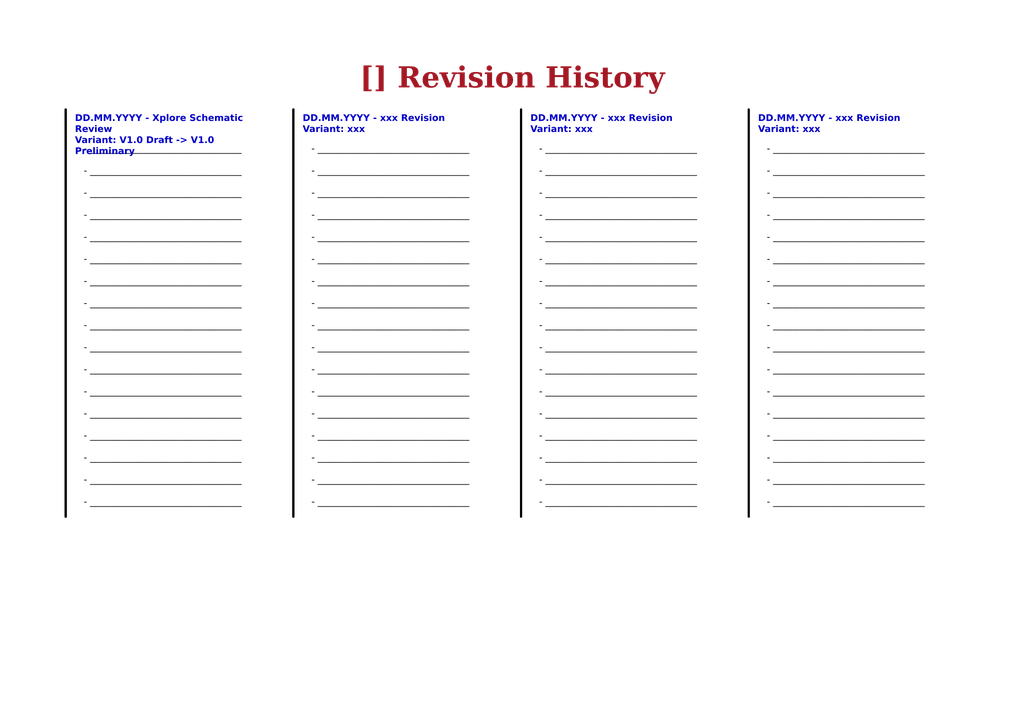
<source format=kicad_sch>
(kicad_sch
	(version 20231120)
	(generator "eeschema")
	(generator_version "8.0")
	(uuid "ea8c4f5e-7a49-4faf-a994-dbc85ed86b0a")
	(paper "A4")
	(title_block
		(title "Revision History")
		(date "Last Modified Date")
		(rev "${REVISION}")
		(company "${COMPANY}")
	)
	(lib_symbols)
	(polyline
		(pts
			(xy 19.05 31.75) (xy 19.05 149.86)
		)
		(stroke
			(width 0.635)
			(type default)
			(color 0 0 0 1)
		)
		(uuid "4849fe72-6429-4f5b-a9e6-56656658a37b")
	)
	(polyline
		(pts
			(xy 85.09 31.75) (xy 85.09 149.86)
		)
		(stroke
			(width 0.635)
			(type default)
			(color 0 0 0 1)
		)
		(uuid "5f29c90a-4bd5-401c-a0f6-a99df09914f4")
	)
	(polyline
		(pts
			(xy 85.09 31.75) (xy 85.09 149.86)
		)
		(stroke
			(width 0.635)
			(type default)
			(color 0 0 0 1)
		)
		(uuid "74018a10-ab58-4dc2-b4e6-376117e1ffc0")
	)
	(polyline
		(pts
			(xy 151.13 31.75) (xy 151.13 149.86)
		)
		(stroke
			(width 0.635)
			(type default)
			(color 0 0 0 1)
		)
		(uuid "a6b610d4-f09b-4d6e-ac67-0bb3d0e09fbe")
	)
	(polyline
		(pts
			(xy 19.05 31.75) (xy 19.05 149.86)
		)
		(stroke
			(width 0.635)
			(type default)
			(color 0 0 0 1)
		)
		(uuid "b271ef24-6836-4d14-b8f8-8568bc734aca")
	)
	(polyline
		(pts
			(xy 217.17 31.75) (xy 217.17 149.86)
		)
		(stroke
			(width 0.635)
			(type default)
			(color 0 0 0 1)
		)
		(uuid "fe21cbb6-f53c-41a1-bc1c-520e82f71f78")
	)
	(text_box "- _________________________________\n\n- _________________________________\n\n- _________________________________\n\n- _________________________________\n\n- _________________________________\n\n- _________________________________\n\n- _________________________________\n\n- _________________________________\n\n- _________________________________\n\n- _________________________________\n\n- _________________________________\n\n- _________________________________\n\n- _________________________________\n\n- _________________________________\n\n- _________________________________\n\n- _________________________________\n\n- _________________________________"
		(exclude_from_sim no)
		(at 220.98 40.64 0)
		(size 58.42 115.57)
		(stroke
			(width -0.0001)
			(type default)
		)
		(fill
			(type none)
		)
		(effects
			(font
				(face "Arial")
				(size 1.905 1.905)
				(color 0 0 0 1)
			)
			(justify left top)
		)
		(uuid "0c062e2b-2be1-4307-b752-045c211787f4")
	)
	(text_box "DD.MM.YYYY - xxx Revision\nVariant: xxx"
		(exclude_from_sim no)
		(at 86.36 31.75 0)
		(size 57.15 7.62)
		(stroke
			(width -0.0001)
			(type default)
		)
		(fill
			(type none)
		)
		(effects
			(font
				(face "Arial")
				(size 1.905 1.905)
				(thickness 0.254)
				(bold yes)
			)
			(justify left top)
		)
		(uuid "14f2d7b6-dcd6-4c43-91a3-c7a76690654c")
	)
	(text_box "[${#}] ${TITLE}"
		(exclude_from_sim no)
		(at 80.01 16.51 0)
		(size 137.16 12.7)
		(stroke
			(width -0.0001)
			(type default)
		)
		(fill
			(type none)
		)
		(effects
			(font
				(face "Times New Roman")
				(size 6 6)
				(thickness 1.2)
				(bold yes)
				(color 162 22 34 1)
			)
		)
		(uuid "20a0a094-ac98-46df-bdac-21d5721f7697")
	)
	(text_box "DD.MM.YYYY - xxx Revision\nVariant: xxx"
		(exclude_from_sim no)
		(at 152.4 31.75 0)
		(size 57.15 7.62)
		(stroke
			(width -0.0001)
			(type default)
		)
		(fill
			(type none)
		)
		(effects
			(font
				(face "Arial")
				(size 1.905 1.905)
				(thickness 0.254)
				(bold yes)
			)
			(justify left top)
		)
		(uuid "61447e65-3862-4ca7-a61e-5d8506cb38bb")
	)
	(text_box "- _________________________________\n\n- _________________________________\n\n- _________________________________\n\n- _________________________________\n\n- _________________________________\n\n- _________________________________\n\n- _________________________________\n\n- _________________________________\n\n- _________________________________\n\n- _________________________________\n\n- _________________________________\n\n- _________________________________\n\n- _________________________________\n\n- _________________________________\n\n- _________________________________\n\n- _________________________________\n\n- _________________________________"
		(exclude_from_sim no)
		(at 22.86 40.64 0)
		(size 58.42 115.57)
		(stroke
			(width -0.0001)
			(type default)
		)
		(fill
			(type none)
		)
		(effects
			(font
				(face "Arial")
				(size 1.905 1.905)
				(color 0 0 0 1)
			)
			(justify left top)
		)
		(uuid "7cea8527-91c8-47c3-a860-064e128bcffe")
	)
	(text_box "- _________________________________\n\n- _________________________________\n\n- _________________________________\n\n- _________________________________\n\n- _________________________________\n\n- _________________________________\n\n- _________________________________\n\n- _________________________________\n\n- _________________________________\n\n- _________________________________\n\n- _________________________________\n\n- _________________________________\n\n- _________________________________\n\n- _________________________________\n\n- _________________________________\n\n- _________________________________\n\n- _________________________________"
		(exclude_from_sim no)
		(at 154.94 40.64 0)
		(size 58.42 115.57)
		(stroke
			(width -0.0001)
			(type default)
		)
		(fill
			(type none)
		)
		(effects
			(font
				(face "Arial")
				(size 1.905 1.905)
				(color 0 0 0 1)
			)
			(justify left top)
		)
		(uuid "8ad0acb7-8a2e-40a2-87c7-888a93359ccd")
	)
	(text_box "DD.MM.YYYY - Xplore Schematic Review\nVariant: V1.0 Draft -> V1.0 Preliminary"
		(exclude_from_sim no)
		(at 20.32 31.75 0)
		(size 57.15 7.62)
		(stroke
			(width -0.0001)
			(type default)
		)
		(fill
			(type none)
		)
		(effects
			(font
				(face "Arial")
				(size 1.905 1.905)
				(thickness 0.254)
				(bold yes)
			)
			(justify left top)
		)
		(uuid "922c5813-4880-4ddf-ba01-939f72022a9d")
	)
	(text_box "- _________________________________\n\n- _________________________________\n\n- _________________________________\n\n- _________________________________\n\n- _________________________________\n\n- _________________________________\n\n- _________________________________\n\n- _________________________________\n\n- _________________________________\n\n- _________________________________\n\n- _________________________________\n\n- _________________________________\n\n- _________________________________\n\n- _________________________________\n\n- _________________________________\n\n- _________________________________\n\n- _________________________________"
		(exclude_from_sim no)
		(at 88.9 40.64 0)
		(size 58.42 115.57)
		(stroke
			(width -0.0001)
			(type default)
		)
		(fill
			(type none)
		)
		(effects
			(font
				(face "Arial")
				(size 1.905 1.905)
				(color 0 0 0 1)
			)
			(justify left top)
		)
		(uuid "cd63b456-8f62-4290-9191-6ad427c40f65")
	)
	(text_box "DD.MM.YYYY - xxx Revision\nVariant: xxx"
		(exclude_from_sim no)
		(at 218.44 31.75 0)
		(size 57.15 7.62)
		(stroke
			(width -0.0001)
			(type default)
		)
		(fill
			(type none)
		)
		(effects
			(font
				(face "Arial")
				(size 1.905 1.905)
				(thickness 0.254)
				(bold yes)
			)
			(justify left top)
		)
		(uuid "f47af890-f55a-44bf-b54f-b7df3adde008")
	)
)

</source>
